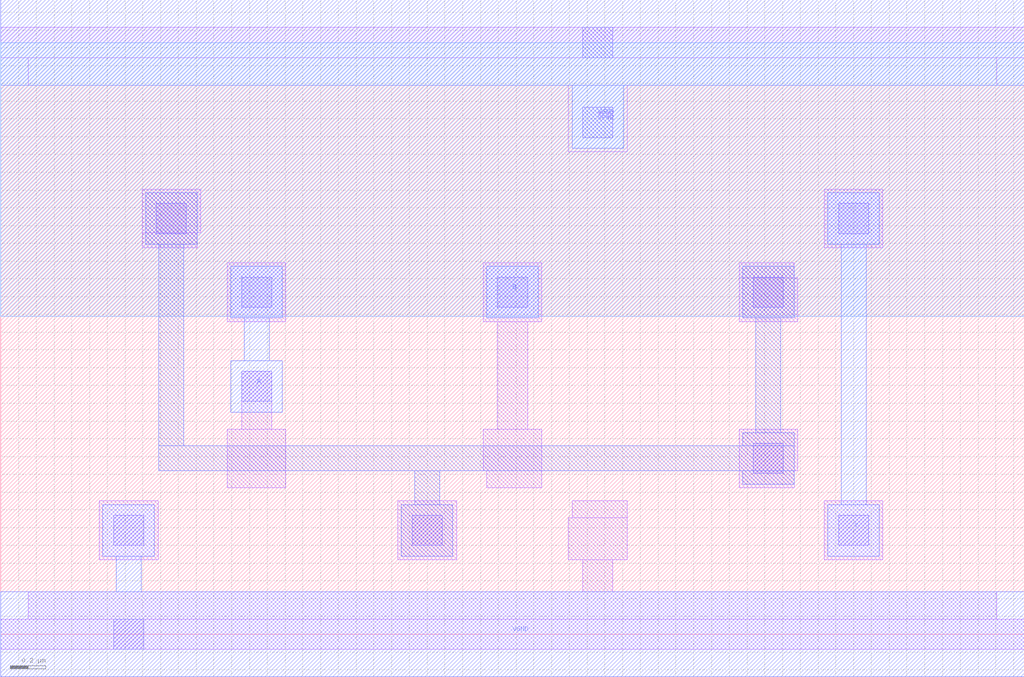
<source format=lef>
VERSION 5.7 ;
  NOWIREEXTENSIONATPIN ON ;
  DIVIDERCHAR "/" ;
  BUSBITCHARS "[]" ;
MACRO OR2X2
  CLASS CORE ;
  FOREIGN OR2X2 ;
  ORIGIN 0.000 0.000 ;
  SIZE 5.760 BY 3.330 ;
  SYMMETRY X Y ;
  SITE unit ;
  PIN A
    ANTENNAGATEAREA 0.189000 ;
    PORT
      LAYER met1 ;
        RECT 1.295 1.780 1.585 2.070 ;
        RECT 1.370 1.540 1.510 1.780 ;
        RECT 1.295 1.250 1.585 1.540 ;
    END
  END A
  PIN B
    ANTENNAGATEAREA 0.189000 ;
    PORT
      LAYER met1 ;
        RECT 2.735 1.780 3.025 2.070 ;
    END
  END B
  PIN VGND
    ANTENNADIFFAREA 0.914200 ;
    PORT
      LAYER met1 ;
        RECT 0.575 0.440 0.865 0.730 ;
        RECT 0.650 0.240 0.790 0.440 ;
        RECT 0.000 -0.240 5.760 0.240 ;
    END
    PORT
      LAYER met1 ;
        RECT 0.000 3.090 5.760 3.570 ;
        RECT 3.215 2.735 3.505 3.090 ;
    END
  END VGND
  PIN VPWR
    ANTENNADIFFAREA 1.083600 ;
    PORT
      LAYER li1 ;
        RECT 0.000 3.245 5.760 3.415 ;
        RECT 0.155 3.090 5.605 3.245 ;
        RECT 3.195 2.715 3.525 3.090 ;
      LAYER mcon ;
        RECT 3.275 3.245 3.445 3.415 ;
        RECT 3.275 2.795 3.445 2.965 ;
    END
  END VPWR
  PIN Y
    ANTENNADIFFAREA 1.031650 ;
    PORT
      LAYER met1 ;
        RECT 4.655 2.195 4.945 2.485 ;
        RECT 4.730 0.730 4.870 2.195 ;
        RECT 4.655 0.440 4.945 0.730 ;
    END
  END Y
  OBS
      LAYER nwell ;
        RECT 0.000 1.790 5.760 3.330 ;
      LAYER li1 ;
        RECT 0.795 2.260 1.125 2.505 ;
        RECT 0.795 2.175 1.105 2.260 ;
        RECT 4.635 2.175 4.965 2.505 ;
        RECT 1.275 1.760 1.605 2.090 ;
        RECT 2.715 1.760 3.045 2.090 ;
        RECT 4.155 2.005 4.465 2.090 ;
        RECT 4.155 1.760 4.485 2.005 ;
        RECT 1.355 1.155 1.525 1.480 ;
        RECT 2.795 1.155 2.965 1.760 ;
        RECT 1.275 0.825 1.605 1.155 ;
        RECT 2.715 0.920 3.045 1.155 ;
        RECT 2.735 0.825 3.045 0.920 ;
        RECT 4.155 0.920 4.485 1.155 ;
        RECT 4.155 0.825 4.465 0.920 ;
        RECT 0.555 0.420 0.885 0.750 ;
        RECT 2.235 0.420 2.565 0.750 ;
        RECT 3.215 0.655 3.525 0.750 ;
        RECT 3.195 0.420 3.525 0.655 ;
        RECT 4.635 0.420 4.965 0.750 ;
        RECT 3.275 0.240 3.445 0.420 ;
        RECT 0.155 0.085 5.605 0.240 ;
        RECT 0.000 -0.085 5.760 0.085 ;
      LAYER mcon ;
        RECT 0.875 2.255 1.045 2.425 ;
        RECT 4.715 2.255 4.885 2.425 ;
        RECT 1.355 1.840 1.525 2.010 ;
        RECT 2.795 1.840 2.965 2.010 ;
        RECT 4.235 1.840 4.405 2.010 ;
        RECT 1.355 1.310 1.525 1.480 ;
        RECT 4.235 0.905 4.405 1.075 ;
        RECT 0.635 0.500 0.805 0.670 ;
        RECT 2.315 0.500 2.485 0.670 ;
        RECT 4.715 0.500 4.885 0.670 ;
        RECT 0.635 -0.085 0.805 0.085 ;
      LAYER met1 ;
        RECT 0.815 2.195 1.105 2.485 ;
        RECT 0.890 1.060 1.030 2.195 ;
        RECT 4.175 1.780 4.465 2.070 ;
        RECT 4.250 1.135 4.390 1.780 ;
        RECT 4.175 1.060 4.465 1.135 ;
        RECT 0.890 0.920 4.465 1.060 ;
        RECT 2.330 0.730 2.470 0.920 ;
        RECT 4.175 0.845 4.465 0.920 ;
        RECT 2.255 0.440 2.545 0.730 ;
  END
END OR2X2
END LIBRARY


</source>
